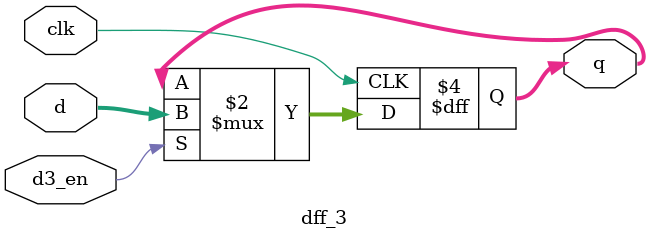
<source format=sv>
module dff_3(
  input d3_en,
  input [7:0] d,
  input clk,
  output reg [7:0] q
);

always @(posedge clk) begin
  if (d3_en) begin
    q <= d;
  end
end

endmodule

</source>
